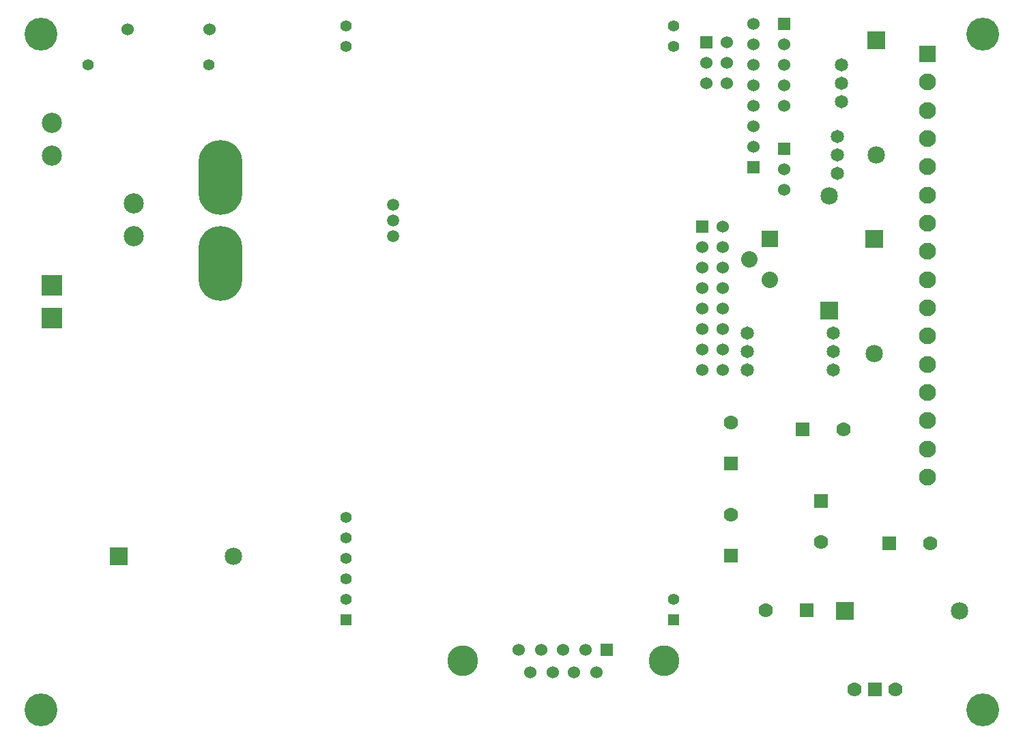
<source format=gbs>
G04 (created by PCBNEW (2013-mar-13)-testing) date Sun 30 Jun 2013 11:26:14 PM EDT*
%MOIN*%
G04 Gerber Fmt 3.4, Leading zero omitted, Abs format*
%FSLAX34Y34*%
G01*
G70*
G90*
G04 APERTURE LIST*
%ADD10C,0.005906*%
%ADD11C,0.055000*%
%ADD12R,0.055000X0.055000*%
%ADD13R,0.060000X0.060000*%
%ADD14C,0.060000*%
%ADD15C,0.080300*%
%ADD16R,0.080300X0.080300*%
%ADD17C,0.065000*%
%ADD18C,0.059100*%
%ADD19O,0.212598X0.366142*%
%ADD20R,0.078740X0.078740*%
%ADD21C,0.082677*%
%ADD22C,0.150000*%
%ADD23R,0.070000X0.070000*%
%ADD24C,0.070000*%
%ADD25C,0.085000*%
%ADD26R,0.085000X0.085000*%
%ADD27R,0.098425X0.098425*%
%ADD28C,0.098425*%
%ADD29C,0.160000*%
G04 APERTURE END LIST*
G54D10*
G54D11*
X37400Y-34100D03*
G54D12*
X37400Y-35100D03*
X21400Y-35100D03*
G54D11*
X21400Y-34100D03*
X21400Y-33100D03*
X21400Y-32100D03*
X21400Y-31100D03*
X21400Y-30100D03*
X21400Y-7100D03*
X21400Y-6100D03*
X37400Y-7100D03*
X37400Y-6100D03*
G54D13*
X39000Y-6900D03*
G54D14*
X40000Y-6900D03*
X39000Y-7900D03*
X40000Y-7900D03*
X39000Y-8900D03*
X40000Y-8900D03*
G54D13*
X42800Y-12100D03*
G54D14*
X42800Y-13100D03*
X42800Y-14100D03*
G54D13*
X41300Y-13000D03*
G54D14*
X41300Y-12000D03*
X41300Y-11000D03*
X41300Y-10000D03*
X41300Y-9000D03*
X41300Y-8000D03*
X41300Y-7000D03*
X41300Y-6000D03*
G54D15*
X41100Y-17500D03*
G54D16*
X42100Y-16500D03*
G54D15*
X42100Y-18500D03*
G54D17*
X45200Y-22000D03*
X45200Y-22900D03*
X45200Y-21100D03*
X45400Y-12400D03*
X45400Y-13300D03*
X45400Y-11500D03*
X45600Y-8900D03*
X45600Y-9800D03*
X45600Y-8000D03*
X41000Y-22000D03*
X41000Y-22900D03*
X41000Y-21100D03*
G54D13*
X38800Y-15900D03*
G54D14*
X39800Y-15900D03*
X38800Y-16900D03*
X39800Y-16900D03*
X38800Y-17900D03*
X39800Y-17900D03*
X38800Y-18900D03*
X39800Y-18900D03*
X38800Y-19900D03*
X39800Y-19900D03*
X38800Y-20900D03*
X39800Y-20900D03*
X38800Y-21900D03*
X39800Y-21900D03*
X38800Y-22900D03*
X39800Y-22900D03*
G54D13*
X42800Y-6000D03*
G54D14*
X42800Y-7000D03*
X42800Y-8000D03*
X42800Y-9000D03*
X42800Y-10000D03*
G54D18*
X23713Y-15600D03*
X23713Y-16352D03*
X23713Y-14848D03*
G54D19*
X15287Y-17686D03*
X15287Y-13513D03*
G54D20*
X49800Y-7465D03*
G54D21*
X49800Y-8843D03*
X49800Y-10221D03*
X49800Y-11599D03*
X49800Y-12977D03*
X49800Y-14355D03*
X49800Y-15733D03*
X49800Y-17111D03*
X49800Y-18488D03*
X49800Y-19866D03*
X49800Y-21244D03*
X49800Y-22622D03*
X49800Y-24000D03*
X49800Y-25378D03*
X49800Y-26756D03*
X49800Y-28134D03*
G54D22*
X27100Y-37100D03*
X36950Y-37100D03*
G54D13*
X34150Y-36550D03*
G54D14*
X33100Y-36550D03*
X32000Y-36550D03*
X30950Y-36550D03*
X29850Y-36550D03*
X33650Y-37650D03*
X32550Y-37650D03*
X31500Y-37650D03*
X30400Y-37650D03*
G54D23*
X40200Y-31980D03*
G54D24*
X40200Y-29980D03*
G54D23*
X43920Y-34620D03*
G54D24*
X41920Y-34620D03*
G54D23*
X40200Y-27480D03*
G54D24*
X40200Y-25480D03*
G54D23*
X43700Y-25800D03*
G54D24*
X45700Y-25800D03*
G54D23*
X47950Y-31350D03*
G54D24*
X49950Y-31350D03*
G54D23*
X44600Y-29300D03*
G54D24*
X44600Y-31300D03*
G54D25*
X51380Y-34680D03*
G54D26*
X45780Y-34680D03*
G54D25*
X15900Y-32000D03*
G54D26*
X10300Y-32000D03*
G54D25*
X47200Y-22100D03*
G54D26*
X47200Y-16500D03*
G54D25*
X45000Y-14400D03*
G54D26*
X45000Y-20000D03*
G54D25*
X47300Y-12400D03*
G54D26*
X47300Y-6800D03*
G54D11*
X8797Y-8000D03*
X14702Y-8000D03*
G54D14*
X14750Y-6250D03*
X10750Y-6250D03*
G54D27*
X7050Y-20359D03*
X7050Y-18777D03*
G54D28*
X11050Y-16359D03*
X11050Y-14777D03*
X7050Y-12422D03*
X7050Y-10840D03*
G54D24*
X48250Y-38500D03*
G54D23*
X47250Y-38500D03*
G54D24*
X46250Y-38500D03*
G54D29*
X6500Y-6500D03*
X52500Y-6500D03*
X52500Y-39500D03*
X6500Y-39500D03*
M02*

</source>
